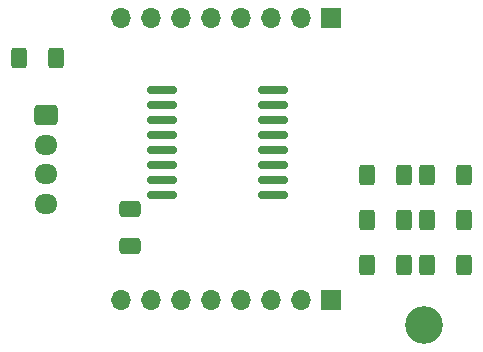
<source format=gbr>
%TF.GenerationSoftware,KiCad,Pcbnew,8.0.5*%
%TF.CreationDate,2025-02-12T18:39:00+02:00*%
%TF.ProjectId,IOExpander_PCF8574,494f4578-7061-46e6-9465-725f50434638,rev?*%
%TF.SameCoordinates,Original*%
%TF.FileFunction,Soldermask,Top*%
%TF.FilePolarity,Negative*%
%FSLAX46Y46*%
G04 Gerber Fmt 4.6, Leading zero omitted, Abs format (unit mm)*
G04 Created by KiCad (PCBNEW 8.0.5) date 2025-02-12 18:39:00*
%MOMM*%
%LPD*%
G01*
G04 APERTURE LIST*
G04 Aperture macros list*
%AMRoundRect*
0 Rectangle with rounded corners*
0 $1 Rounding radius*
0 $2 $3 $4 $5 $6 $7 $8 $9 X,Y pos of 4 corners*
0 Add a 4 corners polygon primitive as box body*
4,1,4,$2,$3,$4,$5,$6,$7,$8,$9,$2,$3,0*
0 Add four circle primitives for the rounded corners*
1,1,$1+$1,$2,$3*
1,1,$1+$1,$4,$5*
1,1,$1+$1,$6,$7*
1,1,$1+$1,$8,$9*
0 Add four rect primitives between the rounded corners*
20,1,$1+$1,$2,$3,$4,$5,0*
20,1,$1+$1,$4,$5,$6,$7,0*
20,1,$1+$1,$6,$7,$8,$9,0*
20,1,$1+$1,$8,$9,$2,$3,0*%
G04 Aperture macros list end*
%ADD10C,3.200000*%
%ADD11RoundRect,0.250000X0.650000X-0.412500X0.650000X0.412500X-0.650000X0.412500X-0.650000X-0.412500X0*%
%ADD12RoundRect,0.250000X-0.725000X0.600000X-0.725000X-0.600000X0.725000X-0.600000X0.725000X0.600000X0*%
%ADD13O,1.950000X1.700000*%
%ADD14RoundRect,0.250000X-0.400000X-0.625000X0.400000X-0.625000X0.400000X0.625000X-0.400000X0.625000X0*%
%ADD15RoundRect,0.150000X1.100000X0.150000X-1.100000X0.150000X-1.100000X-0.150000X1.100000X-0.150000X0*%
%ADD16R,1.700000X1.700000*%
%ADD17O,1.700000X1.700000*%
G04 APERTURE END LIST*
D10*
%TO.C,REF\u002A\u002A*%
X116840000Y-67310000D03*
%TD*%
D11*
%TO.C,C2*%
X91948000Y-60617500D03*
X91948000Y-57492500D03*
%TD*%
D12*
%TO.C,J1*%
X84774000Y-49561200D03*
D13*
X84774000Y-52061200D03*
X84774000Y-54561200D03*
X84774000Y-57061200D03*
%TD*%
D14*
%TO.C,R16*%
X117094000Y-54598000D03*
X120194000Y-54598000D03*
%TD*%
%TO.C,R15*%
X111988000Y-62230000D03*
X115088000Y-62230000D03*
%TD*%
%TO.C,R14*%
X112014000Y-58420000D03*
X115114000Y-58420000D03*
%TD*%
%TO.C,R13*%
X112014000Y-54610000D03*
X115114000Y-54610000D03*
%TD*%
D15*
%TO.C,U2*%
X103987600Y-56337200D03*
X103987600Y-55067200D03*
X103987600Y-53797200D03*
X103987600Y-52527200D03*
X103987600Y-51257200D03*
X103987600Y-49987200D03*
X103987600Y-48717200D03*
X103987600Y-47447200D03*
X94589600Y-47396400D03*
X94589600Y-48666400D03*
X94589600Y-49936400D03*
X94589600Y-51206400D03*
X94589600Y-52476400D03*
X94589600Y-53746400D03*
X94589600Y-55016400D03*
X94589600Y-56286400D03*
%TD*%
D14*
%TO.C,R18*%
X117094000Y-62230000D03*
X120194000Y-62230000D03*
%TD*%
%TO.C,R6*%
X82524000Y-44704000D03*
X85624000Y-44704000D03*
%TD*%
%TO.C,R17*%
X117094000Y-58432000D03*
X120194000Y-58432000D03*
%TD*%
D16*
%TO.C,J2*%
X108904000Y-65240000D03*
D17*
X106364000Y-65240000D03*
X103824000Y-65240000D03*
X101284000Y-65240000D03*
X98744000Y-65240000D03*
X96204000Y-65240000D03*
X93664000Y-65240000D03*
X91124000Y-65240000D03*
%TD*%
D16*
%TO.C,J3*%
X108904000Y-41364000D03*
D17*
X106364000Y-41364000D03*
X103824000Y-41364000D03*
X101284000Y-41364000D03*
X98744000Y-41364000D03*
X96204000Y-41364000D03*
X93664000Y-41364000D03*
X91124000Y-41364000D03*
%TD*%
M02*

</source>
